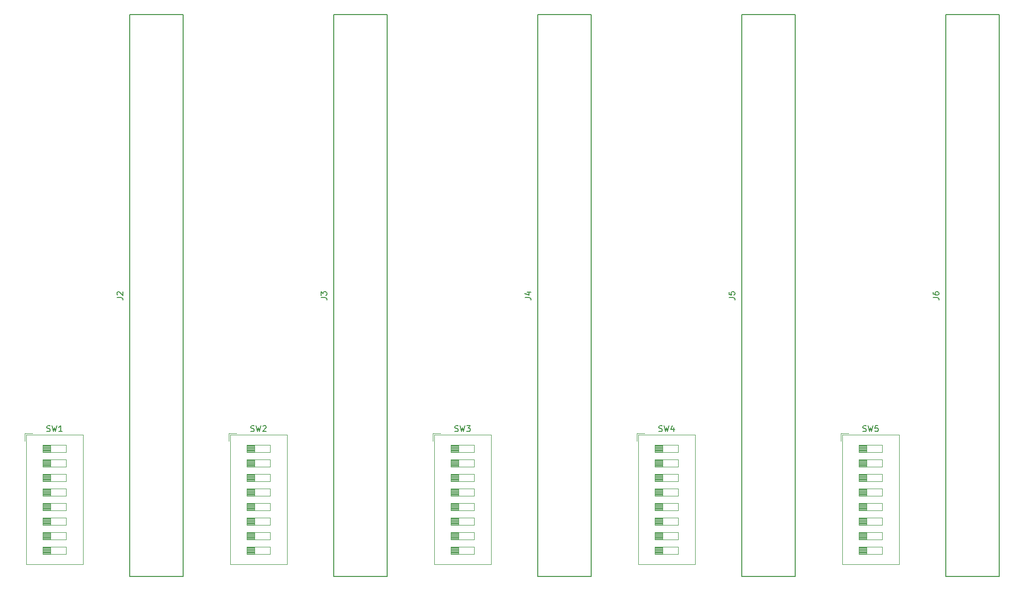
<source format=gto>
G04 #@! TF.GenerationSoftware,KiCad,Pcbnew,(5.0.1)-3*
G04 #@! TF.CreationDate,2018-12-09T17:04:29+00:00*
G04 #@! TF.ProjectId,8 Bit Computer,382042697420436F6D70757465722E6B,rev?*
G04 #@! TF.SameCoordinates,Original*
G04 #@! TF.FileFunction,Legend,Top*
G04 #@! TF.FilePolarity,Positive*
%FSLAX46Y46*%
G04 Gerber Fmt 4.6, Leading zero omitted, Abs format (unit mm)*
G04 Created by KiCad (PCBNEW (5.0.1)-3) date 09/12/2018 17:04:29*
%MOMM*%
%LPD*%
G01*
G04 APERTURE LIST*
%ADD10C,0.120000*%
%ADD11C,0.150000*%
G04 APERTURE END LIST*
D10*
G04 #@! TO.C,SW5*
X190630000Y-106800000D02*
X200530000Y-106800000D01*
X190630000Y-129421000D02*
X200530000Y-129421000D01*
X190630000Y-106800000D02*
X190630000Y-129421000D01*
X200530000Y-106800000D02*
X200530000Y-129421000D01*
X190390000Y-106560000D02*
X191774000Y-106560000D01*
X190390000Y-106560000D02*
X190390000Y-107943000D01*
X193550000Y-108585000D02*
X193550000Y-109855000D01*
X193550000Y-109855000D02*
X197610000Y-109855000D01*
X197610000Y-109855000D02*
X197610000Y-108585000D01*
X197610000Y-108585000D02*
X193550000Y-108585000D01*
X193550000Y-108705000D02*
X194903333Y-108705000D01*
X193550000Y-108825000D02*
X194903333Y-108825000D01*
X193550000Y-108945000D02*
X194903333Y-108945000D01*
X193550000Y-109065000D02*
X194903333Y-109065000D01*
X193550000Y-109185000D02*
X194903333Y-109185000D01*
X193550000Y-109305000D02*
X194903333Y-109305000D01*
X193550000Y-109425000D02*
X194903333Y-109425000D01*
X193550000Y-109545000D02*
X194903333Y-109545000D01*
X193550000Y-109665000D02*
X194903333Y-109665000D01*
X193550000Y-109785000D02*
X194903333Y-109785000D01*
X194903333Y-108585000D02*
X194903333Y-109855000D01*
X193550000Y-111125000D02*
X193550000Y-112395000D01*
X193550000Y-112395000D02*
X197610000Y-112395000D01*
X197610000Y-112395000D02*
X197610000Y-111125000D01*
X197610000Y-111125000D02*
X193550000Y-111125000D01*
X193550000Y-111245000D02*
X194903333Y-111245000D01*
X193550000Y-111365000D02*
X194903333Y-111365000D01*
X193550000Y-111485000D02*
X194903333Y-111485000D01*
X193550000Y-111605000D02*
X194903333Y-111605000D01*
X193550000Y-111725000D02*
X194903333Y-111725000D01*
X193550000Y-111845000D02*
X194903333Y-111845000D01*
X193550000Y-111965000D02*
X194903333Y-111965000D01*
X193550000Y-112085000D02*
X194903333Y-112085000D01*
X193550000Y-112205000D02*
X194903333Y-112205000D01*
X193550000Y-112325000D02*
X194903333Y-112325000D01*
X194903333Y-111125000D02*
X194903333Y-112395000D01*
X193550000Y-113665000D02*
X193550000Y-114935000D01*
X193550000Y-114935000D02*
X197610000Y-114935000D01*
X197610000Y-114935000D02*
X197610000Y-113665000D01*
X197610000Y-113665000D02*
X193550000Y-113665000D01*
X193550000Y-113785000D02*
X194903333Y-113785000D01*
X193550000Y-113905000D02*
X194903333Y-113905000D01*
X193550000Y-114025000D02*
X194903333Y-114025000D01*
X193550000Y-114145000D02*
X194903333Y-114145000D01*
X193550000Y-114265000D02*
X194903333Y-114265000D01*
X193550000Y-114385000D02*
X194903333Y-114385000D01*
X193550000Y-114505000D02*
X194903333Y-114505000D01*
X193550000Y-114625000D02*
X194903333Y-114625000D01*
X193550000Y-114745000D02*
X194903333Y-114745000D01*
X193550000Y-114865000D02*
X194903333Y-114865000D01*
X194903333Y-113665000D02*
X194903333Y-114935000D01*
X193550000Y-116205000D02*
X193550000Y-117475000D01*
X193550000Y-117475000D02*
X197610000Y-117475000D01*
X197610000Y-117475000D02*
X197610000Y-116205000D01*
X197610000Y-116205000D02*
X193550000Y-116205000D01*
X193550000Y-116325000D02*
X194903333Y-116325000D01*
X193550000Y-116445000D02*
X194903333Y-116445000D01*
X193550000Y-116565000D02*
X194903333Y-116565000D01*
X193550000Y-116685000D02*
X194903333Y-116685000D01*
X193550000Y-116805000D02*
X194903333Y-116805000D01*
X193550000Y-116925000D02*
X194903333Y-116925000D01*
X193550000Y-117045000D02*
X194903333Y-117045000D01*
X193550000Y-117165000D02*
X194903333Y-117165000D01*
X193550000Y-117285000D02*
X194903333Y-117285000D01*
X193550000Y-117405000D02*
X194903333Y-117405000D01*
X194903333Y-116205000D02*
X194903333Y-117475000D01*
X193550000Y-118745000D02*
X193550000Y-120015000D01*
X193550000Y-120015000D02*
X197610000Y-120015000D01*
X197610000Y-120015000D02*
X197610000Y-118745000D01*
X197610000Y-118745000D02*
X193550000Y-118745000D01*
X193550000Y-118865000D02*
X194903333Y-118865000D01*
X193550000Y-118985000D02*
X194903333Y-118985000D01*
X193550000Y-119105000D02*
X194903333Y-119105000D01*
X193550000Y-119225000D02*
X194903333Y-119225000D01*
X193550000Y-119345000D02*
X194903333Y-119345000D01*
X193550000Y-119465000D02*
X194903333Y-119465000D01*
X193550000Y-119585000D02*
X194903333Y-119585000D01*
X193550000Y-119705000D02*
X194903333Y-119705000D01*
X193550000Y-119825000D02*
X194903333Y-119825000D01*
X193550000Y-119945000D02*
X194903333Y-119945000D01*
X194903333Y-118745000D02*
X194903333Y-120015000D01*
X193550000Y-121285000D02*
X193550000Y-122555000D01*
X193550000Y-122555000D02*
X197610000Y-122555000D01*
X197610000Y-122555000D02*
X197610000Y-121285000D01*
X197610000Y-121285000D02*
X193550000Y-121285000D01*
X193550000Y-121405000D02*
X194903333Y-121405000D01*
X193550000Y-121525000D02*
X194903333Y-121525000D01*
X193550000Y-121645000D02*
X194903333Y-121645000D01*
X193550000Y-121765000D02*
X194903333Y-121765000D01*
X193550000Y-121885000D02*
X194903333Y-121885000D01*
X193550000Y-122005000D02*
X194903333Y-122005000D01*
X193550000Y-122125000D02*
X194903333Y-122125000D01*
X193550000Y-122245000D02*
X194903333Y-122245000D01*
X193550000Y-122365000D02*
X194903333Y-122365000D01*
X193550000Y-122485000D02*
X194903333Y-122485000D01*
X194903333Y-121285000D02*
X194903333Y-122555000D01*
X193550000Y-123825000D02*
X193550000Y-125095000D01*
X193550000Y-125095000D02*
X197610000Y-125095000D01*
X197610000Y-125095000D02*
X197610000Y-123825000D01*
X197610000Y-123825000D02*
X193550000Y-123825000D01*
X193550000Y-123945000D02*
X194903333Y-123945000D01*
X193550000Y-124065000D02*
X194903333Y-124065000D01*
X193550000Y-124185000D02*
X194903333Y-124185000D01*
X193550000Y-124305000D02*
X194903333Y-124305000D01*
X193550000Y-124425000D02*
X194903333Y-124425000D01*
X193550000Y-124545000D02*
X194903333Y-124545000D01*
X193550000Y-124665000D02*
X194903333Y-124665000D01*
X193550000Y-124785000D02*
X194903333Y-124785000D01*
X193550000Y-124905000D02*
X194903333Y-124905000D01*
X193550000Y-125025000D02*
X194903333Y-125025000D01*
X194903333Y-123825000D02*
X194903333Y-125095000D01*
X193550000Y-126365000D02*
X193550000Y-127635000D01*
X193550000Y-127635000D02*
X197610000Y-127635000D01*
X197610000Y-127635000D02*
X197610000Y-126365000D01*
X197610000Y-126365000D02*
X193550000Y-126365000D01*
X193550000Y-126485000D02*
X194903333Y-126485000D01*
X193550000Y-126605000D02*
X194903333Y-126605000D01*
X193550000Y-126725000D02*
X194903333Y-126725000D01*
X193550000Y-126845000D02*
X194903333Y-126845000D01*
X193550000Y-126965000D02*
X194903333Y-126965000D01*
X193550000Y-127085000D02*
X194903333Y-127085000D01*
X193550000Y-127205000D02*
X194903333Y-127205000D01*
X193550000Y-127325000D02*
X194903333Y-127325000D01*
X193550000Y-127445000D02*
X194903333Y-127445000D01*
X193550000Y-127565000D02*
X194903333Y-127565000D01*
X194903333Y-126365000D02*
X194903333Y-127635000D01*
G04 #@! TO.C,SW4*
X159343333Y-126365000D02*
X159343333Y-127635000D01*
X157990000Y-127565000D02*
X159343333Y-127565000D01*
X157990000Y-127445000D02*
X159343333Y-127445000D01*
X157990000Y-127325000D02*
X159343333Y-127325000D01*
X157990000Y-127205000D02*
X159343333Y-127205000D01*
X157990000Y-127085000D02*
X159343333Y-127085000D01*
X157990000Y-126965000D02*
X159343333Y-126965000D01*
X157990000Y-126845000D02*
X159343333Y-126845000D01*
X157990000Y-126725000D02*
X159343333Y-126725000D01*
X157990000Y-126605000D02*
X159343333Y-126605000D01*
X157990000Y-126485000D02*
X159343333Y-126485000D01*
X162050000Y-126365000D02*
X157990000Y-126365000D01*
X162050000Y-127635000D02*
X162050000Y-126365000D01*
X157990000Y-127635000D02*
X162050000Y-127635000D01*
X157990000Y-126365000D02*
X157990000Y-127635000D01*
X159343333Y-123825000D02*
X159343333Y-125095000D01*
X157990000Y-125025000D02*
X159343333Y-125025000D01*
X157990000Y-124905000D02*
X159343333Y-124905000D01*
X157990000Y-124785000D02*
X159343333Y-124785000D01*
X157990000Y-124665000D02*
X159343333Y-124665000D01*
X157990000Y-124545000D02*
X159343333Y-124545000D01*
X157990000Y-124425000D02*
X159343333Y-124425000D01*
X157990000Y-124305000D02*
X159343333Y-124305000D01*
X157990000Y-124185000D02*
X159343333Y-124185000D01*
X157990000Y-124065000D02*
X159343333Y-124065000D01*
X157990000Y-123945000D02*
X159343333Y-123945000D01*
X162050000Y-123825000D02*
X157990000Y-123825000D01*
X162050000Y-125095000D02*
X162050000Y-123825000D01*
X157990000Y-125095000D02*
X162050000Y-125095000D01*
X157990000Y-123825000D02*
X157990000Y-125095000D01*
X159343333Y-121285000D02*
X159343333Y-122555000D01*
X157990000Y-122485000D02*
X159343333Y-122485000D01*
X157990000Y-122365000D02*
X159343333Y-122365000D01*
X157990000Y-122245000D02*
X159343333Y-122245000D01*
X157990000Y-122125000D02*
X159343333Y-122125000D01*
X157990000Y-122005000D02*
X159343333Y-122005000D01*
X157990000Y-121885000D02*
X159343333Y-121885000D01*
X157990000Y-121765000D02*
X159343333Y-121765000D01*
X157990000Y-121645000D02*
X159343333Y-121645000D01*
X157990000Y-121525000D02*
X159343333Y-121525000D01*
X157990000Y-121405000D02*
X159343333Y-121405000D01*
X162050000Y-121285000D02*
X157990000Y-121285000D01*
X162050000Y-122555000D02*
X162050000Y-121285000D01*
X157990000Y-122555000D02*
X162050000Y-122555000D01*
X157990000Y-121285000D02*
X157990000Y-122555000D01*
X159343333Y-118745000D02*
X159343333Y-120015000D01*
X157990000Y-119945000D02*
X159343333Y-119945000D01*
X157990000Y-119825000D02*
X159343333Y-119825000D01*
X157990000Y-119705000D02*
X159343333Y-119705000D01*
X157990000Y-119585000D02*
X159343333Y-119585000D01*
X157990000Y-119465000D02*
X159343333Y-119465000D01*
X157990000Y-119345000D02*
X159343333Y-119345000D01*
X157990000Y-119225000D02*
X159343333Y-119225000D01*
X157990000Y-119105000D02*
X159343333Y-119105000D01*
X157990000Y-118985000D02*
X159343333Y-118985000D01*
X157990000Y-118865000D02*
X159343333Y-118865000D01*
X162050000Y-118745000D02*
X157990000Y-118745000D01*
X162050000Y-120015000D02*
X162050000Y-118745000D01*
X157990000Y-120015000D02*
X162050000Y-120015000D01*
X157990000Y-118745000D02*
X157990000Y-120015000D01*
X159343333Y-116205000D02*
X159343333Y-117475000D01*
X157990000Y-117405000D02*
X159343333Y-117405000D01*
X157990000Y-117285000D02*
X159343333Y-117285000D01*
X157990000Y-117165000D02*
X159343333Y-117165000D01*
X157990000Y-117045000D02*
X159343333Y-117045000D01*
X157990000Y-116925000D02*
X159343333Y-116925000D01*
X157990000Y-116805000D02*
X159343333Y-116805000D01*
X157990000Y-116685000D02*
X159343333Y-116685000D01*
X157990000Y-116565000D02*
X159343333Y-116565000D01*
X157990000Y-116445000D02*
X159343333Y-116445000D01*
X157990000Y-116325000D02*
X159343333Y-116325000D01*
X162050000Y-116205000D02*
X157990000Y-116205000D01*
X162050000Y-117475000D02*
X162050000Y-116205000D01*
X157990000Y-117475000D02*
X162050000Y-117475000D01*
X157990000Y-116205000D02*
X157990000Y-117475000D01*
X159343333Y-113665000D02*
X159343333Y-114935000D01*
X157990000Y-114865000D02*
X159343333Y-114865000D01*
X157990000Y-114745000D02*
X159343333Y-114745000D01*
X157990000Y-114625000D02*
X159343333Y-114625000D01*
X157990000Y-114505000D02*
X159343333Y-114505000D01*
X157990000Y-114385000D02*
X159343333Y-114385000D01*
X157990000Y-114265000D02*
X159343333Y-114265000D01*
X157990000Y-114145000D02*
X159343333Y-114145000D01*
X157990000Y-114025000D02*
X159343333Y-114025000D01*
X157990000Y-113905000D02*
X159343333Y-113905000D01*
X157990000Y-113785000D02*
X159343333Y-113785000D01*
X162050000Y-113665000D02*
X157990000Y-113665000D01*
X162050000Y-114935000D02*
X162050000Y-113665000D01*
X157990000Y-114935000D02*
X162050000Y-114935000D01*
X157990000Y-113665000D02*
X157990000Y-114935000D01*
X159343333Y-111125000D02*
X159343333Y-112395000D01*
X157990000Y-112325000D02*
X159343333Y-112325000D01*
X157990000Y-112205000D02*
X159343333Y-112205000D01*
X157990000Y-112085000D02*
X159343333Y-112085000D01*
X157990000Y-111965000D02*
X159343333Y-111965000D01*
X157990000Y-111845000D02*
X159343333Y-111845000D01*
X157990000Y-111725000D02*
X159343333Y-111725000D01*
X157990000Y-111605000D02*
X159343333Y-111605000D01*
X157990000Y-111485000D02*
X159343333Y-111485000D01*
X157990000Y-111365000D02*
X159343333Y-111365000D01*
X157990000Y-111245000D02*
X159343333Y-111245000D01*
X162050000Y-111125000D02*
X157990000Y-111125000D01*
X162050000Y-112395000D02*
X162050000Y-111125000D01*
X157990000Y-112395000D02*
X162050000Y-112395000D01*
X157990000Y-111125000D02*
X157990000Y-112395000D01*
X159343333Y-108585000D02*
X159343333Y-109855000D01*
X157990000Y-109785000D02*
X159343333Y-109785000D01*
X157990000Y-109665000D02*
X159343333Y-109665000D01*
X157990000Y-109545000D02*
X159343333Y-109545000D01*
X157990000Y-109425000D02*
X159343333Y-109425000D01*
X157990000Y-109305000D02*
X159343333Y-109305000D01*
X157990000Y-109185000D02*
X159343333Y-109185000D01*
X157990000Y-109065000D02*
X159343333Y-109065000D01*
X157990000Y-108945000D02*
X159343333Y-108945000D01*
X157990000Y-108825000D02*
X159343333Y-108825000D01*
X157990000Y-108705000D02*
X159343333Y-108705000D01*
X162050000Y-108585000D02*
X157990000Y-108585000D01*
X162050000Y-109855000D02*
X162050000Y-108585000D01*
X157990000Y-109855000D02*
X162050000Y-109855000D01*
X157990000Y-108585000D02*
X157990000Y-109855000D01*
X154830000Y-106560000D02*
X154830000Y-107943000D01*
X154830000Y-106560000D02*
X156214000Y-106560000D01*
X164970000Y-106800000D02*
X164970000Y-129421000D01*
X155070000Y-106800000D02*
X155070000Y-129421000D01*
X155070000Y-129421000D02*
X164970000Y-129421000D01*
X155070000Y-106800000D02*
X164970000Y-106800000D01*
D11*
G04 #@! TO.C,J5*
X182475000Y-33530000D02*
X182475000Y-131570000D01*
X182475000Y-131570000D02*
X173125000Y-131570000D01*
X173125000Y-131570000D02*
X173125000Y-33530000D01*
X173125000Y-33530000D02*
X182475000Y-33530000D01*
G04 #@! TO.C,J6*
X218035000Y-33530000D02*
X218035000Y-131570000D01*
X218035000Y-131570000D02*
X208685000Y-131570000D01*
X208685000Y-131570000D02*
X208685000Y-33530000D01*
X208685000Y-33530000D02*
X218035000Y-33530000D01*
G04 #@! TO.C,J4*
X137565000Y-33530000D02*
X146915000Y-33530000D01*
X137565000Y-131570000D02*
X137565000Y-33530000D01*
X146915000Y-131570000D02*
X137565000Y-131570000D01*
X146915000Y-33530000D02*
X146915000Y-131570000D01*
G04 #@! TO.C,J3*
X102005000Y-33530000D02*
X111355000Y-33530000D01*
X102005000Y-131570000D02*
X102005000Y-33530000D01*
X111355000Y-131570000D02*
X102005000Y-131570000D01*
X111355000Y-33530000D02*
X111355000Y-131570000D01*
G04 #@! TO.C,J2*
X66445000Y-33530000D02*
X75795000Y-33530000D01*
X66445000Y-131570000D02*
X66445000Y-33530000D01*
X75795000Y-131570000D02*
X66445000Y-131570000D01*
X75795000Y-33530000D02*
X75795000Y-131570000D01*
D10*
G04 #@! TO.C,SW1*
X48390000Y-106800000D02*
X58290000Y-106800000D01*
X48390000Y-129421000D02*
X58290000Y-129421000D01*
X48390000Y-106800000D02*
X48390000Y-129421000D01*
X58290000Y-106800000D02*
X58290000Y-129421000D01*
X48150000Y-106560000D02*
X49534000Y-106560000D01*
X48150000Y-106560000D02*
X48150000Y-107943000D01*
X51310000Y-108585000D02*
X51310000Y-109855000D01*
X51310000Y-109855000D02*
X55370000Y-109855000D01*
X55370000Y-109855000D02*
X55370000Y-108585000D01*
X55370000Y-108585000D02*
X51310000Y-108585000D01*
X51310000Y-108705000D02*
X52663333Y-108705000D01*
X51310000Y-108825000D02*
X52663333Y-108825000D01*
X51310000Y-108945000D02*
X52663333Y-108945000D01*
X51310000Y-109065000D02*
X52663333Y-109065000D01*
X51310000Y-109185000D02*
X52663333Y-109185000D01*
X51310000Y-109305000D02*
X52663333Y-109305000D01*
X51310000Y-109425000D02*
X52663333Y-109425000D01*
X51310000Y-109545000D02*
X52663333Y-109545000D01*
X51310000Y-109665000D02*
X52663333Y-109665000D01*
X51310000Y-109785000D02*
X52663333Y-109785000D01*
X52663333Y-108585000D02*
X52663333Y-109855000D01*
X51310000Y-111125000D02*
X51310000Y-112395000D01*
X51310000Y-112395000D02*
X55370000Y-112395000D01*
X55370000Y-112395000D02*
X55370000Y-111125000D01*
X55370000Y-111125000D02*
X51310000Y-111125000D01*
X51310000Y-111245000D02*
X52663333Y-111245000D01*
X51310000Y-111365000D02*
X52663333Y-111365000D01*
X51310000Y-111485000D02*
X52663333Y-111485000D01*
X51310000Y-111605000D02*
X52663333Y-111605000D01*
X51310000Y-111725000D02*
X52663333Y-111725000D01*
X51310000Y-111845000D02*
X52663333Y-111845000D01*
X51310000Y-111965000D02*
X52663333Y-111965000D01*
X51310000Y-112085000D02*
X52663333Y-112085000D01*
X51310000Y-112205000D02*
X52663333Y-112205000D01*
X51310000Y-112325000D02*
X52663333Y-112325000D01*
X52663333Y-111125000D02*
X52663333Y-112395000D01*
X51310000Y-113665000D02*
X51310000Y-114935000D01*
X51310000Y-114935000D02*
X55370000Y-114935000D01*
X55370000Y-114935000D02*
X55370000Y-113665000D01*
X55370000Y-113665000D02*
X51310000Y-113665000D01*
X51310000Y-113785000D02*
X52663333Y-113785000D01*
X51310000Y-113905000D02*
X52663333Y-113905000D01*
X51310000Y-114025000D02*
X52663333Y-114025000D01*
X51310000Y-114145000D02*
X52663333Y-114145000D01*
X51310000Y-114265000D02*
X52663333Y-114265000D01*
X51310000Y-114385000D02*
X52663333Y-114385000D01*
X51310000Y-114505000D02*
X52663333Y-114505000D01*
X51310000Y-114625000D02*
X52663333Y-114625000D01*
X51310000Y-114745000D02*
X52663333Y-114745000D01*
X51310000Y-114865000D02*
X52663333Y-114865000D01*
X52663333Y-113665000D02*
X52663333Y-114935000D01*
X51310000Y-116205000D02*
X51310000Y-117475000D01*
X51310000Y-117475000D02*
X55370000Y-117475000D01*
X55370000Y-117475000D02*
X55370000Y-116205000D01*
X55370000Y-116205000D02*
X51310000Y-116205000D01*
X51310000Y-116325000D02*
X52663333Y-116325000D01*
X51310000Y-116445000D02*
X52663333Y-116445000D01*
X51310000Y-116565000D02*
X52663333Y-116565000D01*
X51310000Y-116685000D02*
X52663333Y-116685000D01*
X51310000Y-116805000D02*
X52663333Y-116805000D01*
X51310000Y-116925000D02*
X52663333Y-116925000D01*
X51310000Y-117045000D02*
X52663333Y-117045000D01*
X51310000Y-117165000D02*
X52663333Y-117165000D01*
X51310000Y-117285000D02*
X52663333Y-117285000D01*
X51310000Y-117405000D02*
X52663333Y-117405000D01*
X52663333Y-116205000D02*
X52663333Y-117475000D01*
X51310000Y-118745000D02*
X51310000Y-120015000D01*
X51310000Y-120015000D02*
X55370000Y-120015000D01*
X55370000Y-120015000D02*
X55370000Y-118745000D01*
X55370000Y-118745000D02*
X51310000Y-118745000D01*
X51310000Y-118865000D02*
X52663333Y-118865000D01*
X51310000Y-118985000D02*
X52663333Y-118985000D01*
X51310000Y-119105000D02*
X52663333Y-119105000D01*
X51310000Y-119225000D02*
X52663333Y-119225000D01*
X51310000Y-119345000D02*
X52663333Y-119345000D01*
X51310000Y-119465000D02*
X52663333Y-119465000D01*
X51310000Y-119585000D02*
X52663333Y-119585000D01*
X51310000Y-119705000D02*
X52663333Y-119705000D01*
X51310000Y-119825000D02*
X52663333Y-119825000D01*
X51310000Y-119945000D02*
X52663333Y-119945000D01*
X52663333Y-118745000D02*
X52663333Y-120015000D01*
X51310000Y-121285000D02*
X51310000Y-122555000D01*
X51310000Y-122555000D02*
X55370000Y-122555000D01*
X55370000Y-122555000D02*
X55370000Y-121285000D01*
X55370000Y-121285000D02*
X51310000Y-121285000D01*
X51310000Y-121405000D02*
X52663333Y-121405000D01*
X51310000Y-121525000D02*
X52663333Y-121525000D01*
X51310000Y-121645000D02*
X52663333Y-121645000D01*
X51310000Y-121765000D02*
X52663333Y-121765000D01*
X51310000Y-121885000D02*
X52663333Y-121885000D01*
X51310000Y-122005000D02*
X52663333Y-122005000D01*
X51310000Y-122125000D02*
X52663333Y-122125000D01*
X51310000Y-122245000D02*
X52663333Y-122245000D01*
X51310000Y-122365000D02*
X52663333Y-122365000D01*
X51310000Y-122485000D02*
X52663333Y-122485000D01*
X52663333Y-121285000D02*
X52663333Y-122555000D01*
X51310000Y-123825000D02*
X51310000Y-125095000D01*
X51310000Y-125095000D02*
X55370000Y-125095000D01*
X55370000Y-125095000D02*
X55370000Y-123825000D01*
X55370000Y-123825000D02*
X51310000Y-123825000D01*
X51310000Y-123945000D02*
X52663333Y-123945000D01*
X51310000Y-124065000D02*
X52663333Y-124065000D01*
X51310000Y-124185000D02*
X52663333Y-124185000D01*
X51310000Y-124305000D02*
X52663333Y-124305000D01*
X51310000Y-124425000D02*
X52663333Y-124425000D01*
X51310000Y-124545000D02*
X52663333Y-124545000D01*
X51310000Y-124665000D02*
X52663333Y-124665000D01*
X51310000Y-124785000D02*
X52663333Y-124785000D01*
X51310000Y-124905000D02*
X52663333Y-124905000D01*
X51310000Y-125025000D02*
X52663333Y-125025000D01*
X52663333Y-123825000D02*
X52663333Y-125095000D01*
X51310000Y-126365000D02*
X51310000Y-127635000D01*
X51310000Y-127635000D02*
X55370000Y-127635000D01*
X55370000Y-127635000D02*
X55370000Y-126365000D01*
X55370000Y-126365000D02*
X51310000Y-126365000D01*
X51310000Y-126485000D02*
X52663333Y-126485000D01*
X51310000Y-126605000D02*
X52663333Y-126605000D01*
X51310000Y-126725000D02*
X52663333Y-126725000D01*
X51310000Y-126845000D02*
X52663333Y-126845000D01*
X51310000Y-126965000D02*
X52663333Y-126965000D01*
X51310000Y-127085000D02*
X52663333Y-127085000D01*
X51310000Y-127205000D02*
X52663333Y-127205000D01*
X51310000Y-127325000D02*
X52663333Y-127325000D01*
X51310000Y-127445000D02*
X52663333Y-127445000D01*
X51310000Y-127565000D02*
X52663333Y-127565000D01*
X52663333Y-126365000D02*
X52663333Y-127635000D01*
G04 #@! TO.C,SW2*
X83950000Y-106800000D02*
X93850000Y-106800000D01*
X83950000Y-129421000D02*
X93850000Y-129421000D01*
X83950000Y-106800000D02*
X83950000Y-129421000D01*
X93850000Y-106800000D02*
X93850000Y-129421000D01*
X83710000Y-106560000D02*
X85094000Y-106560000D01*
X83710000Y-106560000D02*
X83710000Y-107943000D01*
X86870000Y-108585000D02*
X86870000Y-109855000D01*
X86870000Y-109855000D02*
X90930000Y-109855000D01*
X90930000Y-109855000D02*
X90930000Y-108585000D01*
X90930000Y-108585000D02*
X86870000Y-108585000D01*
X86870000Y-108705000D02*
X88223333Y-108705000D01*
X86870000Y-108825000D02*
X88223333Y-108825000D01*
X86870000Y-108945000D02*
X88223333Y-108945000D01*
X86870000Y-109065000D02*
X88223333Y-109065000D01*
X86870000Y-109185000D02*
X88223333Y-109185000D01*
X86870000Y-109305000D02*
X88223333Y-109305000D01*
X86870000Y-109425000D02*
X88223333Y-109425000D01*
X86870000Y-109545000D02*
X88223333Y-109545000D01*
X86870000Y-109665000D02*
X88223333Y-109665000D01*
X86870000Y-109785000D02*
X88223333Y-109785000D01*
X88223333Y-108585000D02*
X88223333Y-109855000D01*
X86870000Y-111125000D02*
X86870000Y-112395000D01*
X86870000Y-112395000D02*
X90930000Y-112395000D01*
X90930000Y-112395000D02*
X90930000Y-111125000D01*
X90930000Y-111125000D02*
X86870000Y-111125000D01*
X86870000Y-111245000D02*
X88223333Y-111245000D01*
X86870000Y-111365000D02*
X88223333Y-111365000D01*
X86870000Y-111485000D02*
X88223333Y-111485000D01*
X86870000Y-111605000D02*
X88223333Y-111605000D01*
X86870000Y-111725000D02*
X88223333Y-111725000D01*
X86870000Y-111845000D02*
X88223333Y-111845000D01*
X86870000Y-111965000D02*
X88223333Y-111965000D01*
X86870000Y-112085000D02*
X88223333Y-112085000D01*
X86870000Y-112205000D02*
X88223333Y-112205000D01*
X86870000Y-112325000D02*
X88223333Y-112325000D01*
X88223333Y-111125000D02*
X88223333Y-112395000D01*
X86870000Y-113665000D02*
X86870000Y-114935000D01*
X86870000Y-114935000D02*
X90930000Y-114935000D01*
X90930000Y-114935000D02*
X90930000Y-113665000D01*
X90930000Y-113665000D02*
X86870000Y-113665000D01*
X86870000Y-113785000D02*
X88223333Y-113785000D01*
X86870000Y-113905000D02*
X88223333Y-113905000D01*
X86870000Y-114025000D02*
X88223333Y-114025000D01*
X86870000Y-114145000D02*
X88223333Y-114145000D01*
X86870000Y-114265000D02*
X88223333Y-114265000D01*
X86870000Y-114385000D02*
X88223333Y-114385000D01*
X86870000Y-114505000D02*
X88223333Y-114505000D01*
X86870000Y-114625000D02*
X88223333Y-114625000D01*
X86870000Y-114745000D02*
X88223333Y-114745000D01*
X86870000Y-114865000D02*
X88223333Y-114865000D01*
X88223333Y-113665000D02*
X88223333Y-114935000D01*
X86870000Y-116205000D02*
X86870000Y-117475000D01*
X86870000Y-117475000D02*
X90930000Y-117475000D01*
X90930000Y-117475000D02*
X90930000Y-116205000D01*
X90930000Y-116205000D02*
X86870000Y-116205000D01*
X86870000Y-116325000D02*
X88223333Y-116325000D01*
X86870000Y-116445000D02*
X88223333Y-116445000D01*
X86870000Y-116565000D02*
X88223333Y-116565000D01*
X86870000Y-116685000D02*
X88223333Y-116685000D01*
X86870000Y-116805000D02*
X88223333Y-116805000D01*
X86870000Y-116925000D02*
X88223333Y-116925000D01*
X86870000Y-117045000D02*
X88223333Y-117045000D01*
X86870000Y-117165000D02*
X88223333Y-117165000D01*
X86870000Y-117285000D02*
X88223333Y-117285000D01*
X86870000Y-117405000D02*
X88223333Y-117405000D01*
X88223333Y-116205000D02*
X88223333Y-117475000D01*
X86870000Y-118745000D02*
X86870000Y-120015000D01*
X86870000Y-120015000D02*
X90930000Y-120015000D01*
X90930000Y-120015000D02*
X90930000Y-118745000D01*
X90930000Y-118745000D02*
X86870000Y-118745000D01*
X86870000Y-118865000D02*
X88223333Y-118865000D01*
X86870000Y-118985000D02*
X88223333Y-118985000D01*
X86870000Y-119105000D02*
X88223333Y-119105000D01*
X86870000Y-119225000D02*
X88223333Y-119225000D01*
X86870000Y-119345000D02*
X88223333Y-119345000D01*
X86870000Y-119465000D02*
X88223333Y-119465000D01*
X86870000Y-119585000D02*
X88223333Y-119585000D01*
X86870000Y-119705000D02*
X88223333Y-119705000D01*
X86870000Y-119825000D02*
X88223333Y-119825000D01*
X86870000Y-119945000D02*
X88223333Y-119945000D01*
X88223333Y-118745000D02*
X88223333Y-120015000D01*
X86870000Y-121285000D02*
X86870000Y-122555000D01*
X86870000Y-122555000D02*
X90930000Y-122555000D01*
X90930000Y-122555000D02*
X90930000Y-121285000D01*
X90930000Y-121285000D02*
X86870000Y-121285000D01*
X86870000Y-121405000D02*
X88223333Y-121405000D01*
X86870000Y-121525000D02*
X88223333Y-121525000D01*
X86870000Y-121645000D02*
X88223333Y-121645000D01*
X86870000Y-121765000D02*
X88223333Y-121765000D01*
X86870000Y-121885000D02*
X88223333Y-121885000D01*
X86870000Y-122005000D02*
X88223333Y-122005000D01*
X86870000Y-122125000D02*
X88223333Y-122125000D01*
X86870000Y-122245000D02*
X88223333Y-122245000D01*
X86870000Y-122365000D02*
X88223333Y-122365000D01*
X86870000Y-122485000D02*
X88223333Y-122485000D01*
X88223333Y-121285000D02*
X88223333Y-122555000D01*
X86870000Y-123825000D02*
X86870000Y-125095000D01*
X86870000Y-125095000D02*
X90930000Y-125095000D01*
X90930000Y-125095000D02*
X90930000Y-123825000D01*
X90930000Y-123825000D02*
X86870000Y-123825000D01*
X86870000Y-123945000D02*
X88223333Y-123945000D01*
X86870000Y-124065000D02*
X88223333Y-124065000D01*
X86870000Y-124185000D02*
X88223333Y-124185000D01*
X86870000Y-124305000D02*
X88223333Y-124305000D01*
X86870000Y-124425000D02*
X88223333Y-124425000D01*
X86870000Y-124545000D02*
X88223333Y-124545000D01*
X86870000Y-124665000D02*
X88223333Y-124665000D01*
X86870000Y-124785000D02*
X88223333Y-124785000D01*
X86870000Y-124905000D02*
X88223333Y-124905000D01*
X86870000Y-125025000D02*
X88223333Y-125025000D01*
X88223333Y-123825000D02*
X88223333Y-125095000D01*
X86870000Y-126365000D02*
X86870000Y-127635000D01*
X86870000Y-127635000D02*
X90930000Y-127635000D01*
X90930000Y-127635000D02*
X90930000Y-126365000D01*
X90930000Y-126365000D02*
X86870000Y-126365000D01*
X86870000Y-126485000D02*
X88223333Y-126485000D01*
X86870000Y-126605000D02*
X88223333Y-126605000D01*
X86870000Y-126725000D02*
X88223333Y-126725000D01*
X86870000Y-126845000D02*
X88223333Y-126845000D01*
X86870000Y-126965000D02*
X88223333Y-126965000D01*
X86870000Y-127085000D02*
X88223333Y-127085000D01*
X86870000Y-127205000D02*
X88223333Y-127205000D01*
X86870000Y-127325000D02*
X88223333Y-127325000D01*
X86870000Y-127445000D02*
X88223333Y-127445000D01*
X86870000Y-127565000D02*
X88223333Y-127565000D01*
X88223333Y-126365000D02*
X88223333Y-127635000D01*
G04 #@! TO.C,SW3*
X123783333Y-126365000D02*
X123783333Y-127635000D01*
X122430000Y-127565000D02*
X123783333Y-127565000D01*
X122430000Y-127445000D02*
X123783333Y-127445000D01*
X122430000Y-127325000D02*
X123783333Y-127325000D01*
X122430000Y-127205000D02*
X123783333Y-127205000D01*
X122430000Y-127085000D02*
X123783333Y-127085000D01*
X122430000Y-126965000D02*
X123783333Y-126965000D01*
X122430000Y-126845000D02*
X123783333Y-126845000D01*
X122430000Y-126725000D02*
X123783333Y-126725000D01*
X122430000Y-126605000D02*
X123783333Y-126605000D01*
X122430000Y-126485000D02*
X123783333Y-126485000D01*
X126490000Y-126365000D02*
X122430000Y-126365000D01*
X126490000Y-127635000D02*
X126490000Y-126365000D01*
X122430000Y-127635000D02*
X126490000Y-127635000D01*
X122430000Y-126365000D02*
X122430000Y-127635000D01*
X123783333Y-123825000D02*
X123783333Y-125095000D01*
X122430000Y-125025000D02*
X123783333Y-125025000D01*
X122430000Y-124905000D02*
X123783333Y-124905000D01*
X122430000Y-124785000D02*
X123783333Y-124785000D01*
X122430000Y-124665000D02*
X123783333Y-124665000D01*
X122430000Y-124545000D02*
X123783333Y-124545000D01*
X122430000Y-124425000D02*
X123783333Y-124425000D01*
X122430000Y-124305000D02*
X123783333Y-124305000D01*
X122430000Y-124185000D02*
X123783333Y-124185000D01*
X122430000Y-124065000D02*
X123783333Y-124065000D01*
X122430000Y-123945000D02*
X123783333Y-123945000D01*
X126490000Y-123825000D02*
X122430000Y-123825000D01*
X126490000Y-125095000D02*
X126490000Y-123825000D01*
X122430000Y-125095000D02*
X126490000Y-125095000D01*
X122430000Y-123825000D02*
X122430000Y-125095000D01*
X123783333Y-121285000D02*
X123783333Y-122555000D01*
X122430000Y-122485000D02*
X123783333Y-122485000D01*
X122430000Y-122365000D02*
X123783333Y-122365000D01*
X122430000Y-122245000D02*
X123783333Y-122245000D01*
X122430000Y-122125000D02*
X123783333Y-122125000D01*
X122430000Y-122005000D02*
X123783333Y-122005000D01*
X122430000Y-121885000D02*
X123783333Y-121885000D01*
X122430000Y-121765000D02*
X123783333Y-121765000D01*
X122430000Y-121645000D02*
X123783333Y-121645000D01*
X122430000Y-121525000D02*
X123783333Y-121525000D01*
X122430000Y-121405000D02*
X123783333Y-121405000D01*
X126490000Y-121285000D02*
X122430000Y-121285000D01*
X126490000Y-122555000D02*
X126490000Y-121285000D01*
X122430000Y-122555000D02*
X126490000Y-122555000D01*
X122430000Y-121285000D02*
X122430000Y-122555000D01*
X123783333Y-118745000D02*
X123783333Y-120015000D01*
X122430000Y-119945000D02*
X123783333Y-119945000D01*
X122430000Y-119825000D02*
X123783333Y-119825000D01*
X122430000Y-119705000D02*
X123783333Y-119705000D01*
X122430000Y-119585000D02*
X123783333Y-119585000D01*
X122430000Y-119465000D02*
X123783333Y-119465000D01*
X122430000Y-119345000D02*
X123783333Y-119345000D01*
X122430000Y-119225000D02*
X123783333Y-119225000D01*
X122430000Y-119105000D02*
X123783333Y-119105000D01*
X122430000Y-118985000D02*
X123783333Y-118985000D01*
X122430000Y-118865000D02*
X123783333Y-118865000D01*
X126490000Y-118745000D02*
X122430000Y-118745000D01*
X126490000Y-120015000D02*
X126490000Y-118745000D01*
X122430000Y-120015000D02*
X126490000Y-120015000D01*
X122430000Y-118745000D02*
X122430000Y-120015000D01*
X123783333Y-116205000D02*
X123783333Y-117475000D01*
X122430000Y-117405000D02*
X123783333Y-117405000D01*
X122430000Y-117285000D02*
X123783333Y-117285000D01*
X122430000Y-117165000D02*
X123783333Y-117165000D01*
X122430000Y-117045000D02*
X123783333Y-117045000D01*
X122430000Y-116925000D02*
X123783333Y-116925000D01*
X122430000Y-116805000D02*
X123783333Y-116805000D01*
X122430000Y-116685000D02*
X123783333Y-116685000D01*
X122430000Y-116565000D02*
X123783333Y-116565000D01*
X122430000Y-116445000D02*
X123783333Y-116445000D01*
X122430000Y-116325000D02*
X123783333Y-116325000D01*
X126490000Y-116205000D02*
X122430000Y-116205000D01*
X126490000Y-117475000D02*
X126490000Y-116205000D01*
X122430000Y-117475000D02*
X126490000Y-117475000D01*
X122430000Y-116205000D02*
X122430000Y-117475000D01*
X123783333Y-113665000D02*
X123783333Y-114935000D01*
X122430000Y-114865000D02*
X123783333Y-114865000D01*
X122430000Y-114745000D02*
X123783333Y-114745000D01*
X122430000Y-114625000D02*
X123783333Y-114625000D01*
X122430000Y-114505000D02*
X123783333Y-114505000D01*
X122430000Y-114385000D02*
X123783333Y-114385000D01*
X122430000Y-114265000D02*
X123783333Y-114265000D01*
X122430000Y-114145000D02*
X123783333Y-114145000D01*
X122430000Y-114025000D02*
X123783333Y-114025000D01*
X122430000Y-113905000D02*
X123783333Y-113905000D01*
X122430000Y-113785000D02*
X123783333Y-113785000D01*
X126490000Y-113665000D02*
X122430000Y-113665000D01*
X126490000Y-114935000D02*
X126490000Y-113665000D01*
X122430000Y-114935000D02*
X126490000Y-114935000D01*
X122430000Y-113665000D02*
X122430000Y-114935000D01*
X123783333Y-111125000D02*
X123783333Y-112395000D01*
X122430000Y-112325000D02*
X123783333Y-112325000D01*
X122430000Y-112205000D02*
X123783333Y-112205000D01*
X122430000Y-112085000D02*
X123783333Y-112085000D01*
X122430000Y-111965000D02*
X123783333Y-111965000D01*
X122430000Y-111845000D02*
X123783333Y-111845000D01*
X122430000Y-111725000D02*
X123783333Y-111725000D01*
X122430000Y-111605000D02*
X123783333Y-111605000D01*
X122430000Y-111485000D02*
X123783333Y-111485000D01*
X122430000Y-111365000D02*
X123783333Y-111365000D01*
X122430000Y-111245000D02*
X123783333Y-111245000D01*
X126490000Y-111125000D02*
X122430000Y-111125000D01*
X126490000Y-112395000D02*
X126490000Y-111125000D01*
X122430000Y-112395000D02*
X126490000Y-112395000D01*
X122430000Y-111125000D02*
X122430000Y-112395000D01*
X123783333Y-108585000D02*
X123783333Y-109855000D01*
X122430000Y-109785000D02*
X123783333Y-109785000D01*
X122430000Y-109665000D02*
X123783333Y-109665000D01*
X122430000Y-109545000D02*
X123783333Y-109545000D01*
X122430000Y-109425000D02*
X123783333Y-109425000D01*
X122430000Y-109305000D02*
X123783333Y-109305000D01*
X122430000Y-109185000D02*
X123783333Y-109185000D01*
X122430000Y-109065000D02*
X123783333Y-109065000D01*
X122430000Y-108945000D02*
X123783333Y-108945000D01*
X122430000Y-108825000D02*
X123783333Y-108825000D01*
X122430000Y-108705000D02*
X123783333Y-108705000D01*
X126490000Y-108585000D02*
X122430000Y-108585000D01*
X126490000Y-109855000D02*
X126490000Y-108585000D01*
X122430000Y-109855000D02*
X126490000Y-109855000D01*
X122430000Y-108585000D02*
X122430000Y-109855000D01*
X119270000Y-106560000D02*
X119270000Y-107943000D01*
X119270000Y-106560000D02*
X120654000Y-106560000D01*
X129410000Y-106800000D02*
X129410000Y-129421000D01*
X119510000Y-106800000D02*
X119510000Y-129421000D01*
X119510000Y-129421000D02*
X129410000Y-129421000D01*
X119510000Y-106800000D02*
X129410000Y-106800000D01*
G04 #@! TO.C,*
D11*
G04 #@! TO.C,SW5*
X194246666Y-106204761D02*
X194389523Y-106252380D01*
X194627619Y-106252380D01*
X194722857Y-106204761D01*
X194770476Y-106157142D01*
X194818095Y-106061904D01*
X194818095Y-105966666D01*
X194770476Y-105871428D01*
X194722857Y-105823809D01*
X194627619Y-105776190D01*
X194437142Y-105728571D01*
X194341904Y-105680952D01*
X194294285Y-105633333D01*
X194246666Y-105538095D01*
X194246666Y-105442857D01*
X194294285Y-105347619D01*
X194341904Y-105300000D01*
X194437142Y-105252380D01*
X194675238Y-105252380D01*
X194818095Y-105300000D01*
X195151428Y-105252380D02*
X195389523Y-106252380D01*
X195580000Y-105538095D01*
X195770476Y-106252380D01*
X196008571Y-105252380D01*
X196865714Y-105252380D02*
X196389523Y-105252380D01*
X196341904Y-105728571D01*
X196389523Y-105680952D01*
X196484761Y-105633333D01*
X196722857Y-105633333D01*
X196818095Y-105680952D01*
X196865714Y-105728571D01*
X196913333Y-105823809D01*
X196913333Y-106061904D01*
X196865714Y-106157142D01*
X196818095Y-106204761D01*
X196722857Y-106252380D01*
X196484761Y-106252380D01*
X196389523Y-106204761D01*
X196341904Y-106157142D01*
G04 #@! TO.C,SW4*
X158686666Y-106204761D02*
X158829523Y-106252380D01*
X159067619Y-106252380D01*
X159162857Y-106204761D01*
X159210476Y-106157142D01*
X159258095Y-106061904D01*
X159258095Y-105966666D01*
X159210476Y-105871428D01*
X159162857Y-105823809D01*
X159067619Y-105776190D01*
X158877142Y-105728571D01*
X158781904Y-105680952D01*
X158734285Y-105633333D01*
X158686666Y-105538095D01*
X158686666Y-105442857D01*
X158734285Y-105347619D01*
X158781904Y-105300000D01*
X158877142Y-105252380D01*
X159115238Y-105252380D01*
X159258095Y-105300000D01*
X159591428Y-105252380D02*
X159829523Y-106252380D01*
X160020000Y-105538095D01*
X160210476Y-106252380D01*
X160448571Y-105252380D01*
X161258095Y-105585714D02*
X161258095Y-106252380D01*
X161020000Y-105204761D02*
X160781904Y-105919047D01*
X161400952Y-105919047D01*
G04 #@! TO.C,J5*
X170902380Y-82883333D02*
X171616666Y-82883333D01*
X171759523Y-82930952D01*
X171854761Y-83026190D01*
X171902380Y-83169047D01*
X171902380Y-83264285D01*
X170902380Y-81930952D02*
X170902380Y-82407142D01*
X171378571Y-82454761D01*
X171330952Y-82407142D01*
X171283333Y-82311904D01*
X171283333Y-82073809D01*
X171330952Y-81978571D01*
X171378571Y-81930952D01*
X171473809Y-81883333D01*
X171711904Y-81883333D01*
X171807142Y-81930952D01*
X171854761Y-81978571D01*
X171902380Y-82073809D01*
X171902380Y-82311904D01*
X171854761Y-82407142D01*
X171807142Y-82454761D01*
G04 #@! TO.C,J6*
X206462380Y-82883333D02*
X207176666Y-82883333D01*
X207319523Y-82930952D01*
X207414761Y-83026190D01*
X207462380Y-83169047D01*
X207462380Y-83264285D01*
X206462380Y-81978571D02*
X206462380Y-82169047D01*
X206510000Y-82264285D01*
X206557619Y-82311904D01*
X206700476Y-82407142D01*
X206890952Y-82454761D01*
X207271904Y-82454761D01*
X207367142Y-82407142D01*
X207414761Y-82359523D01*
X207462380Y-82264285D01*
X207462380Y-82073809D01*
X207414761Y-81978571D01*
X207367142Y-81930952D01*
X207271904Y-81883333D01*
X207033809Y-81883333D01*
X206938571Y-81930952D01*
X206890952Y-81978571D01*
X206843333Y-82073809D01*
X206843333Y-82264285D01*
X206890952Y-82359523D01*
X206938571Y-82407142D01*
X207033809Y-82454761D01*
G04 #@! TO.C,J4*
X135342380Y-82883333D02*
X136056666Y-82883333D01*
X136199523Y-82930952D01*
X136294761Y-83026190D01*
X136342380Y-83169047D01*
X136342380Y-83264285D01*
X135675714Y-81978571D02*
X136342380Y-81978571D01*
X135294761Y-82216666D02*
X136009047Y-82454761D01*
X136009047Y-81835714D01*
G04 #@! TO.C,J3*
X99782380Y-82883333D02*
X100496666Y-82883333D01*
X100639523Y-82930952D01*
X100734761Y-83026190D01*
X100782380Y-83169047D01*
X100782380Y-83264285D01*
X99782380Y-82502380D02*
X99782380Y-81883333D01*
X100163333Y-82216666D01*
X100163333Y-82073809D01*
X100210952Y-81978571D01*
X100258571Y-81930952D01*
X100353809Y-81883333D01*
X100591904Y-81883333D01*
X100687142Y-81930952D01*
X100734761Y-81978571D01*
X100782380Y-82073809D01*
X100782380Y-82359523D01*
X100734761Y-82454761D01*
X100687142Y-82502380D01*
G04 #@! TO.C,J2*
X64222380Y-82883333D02*
X64936666Y-82883333D01*
X65079523Y-82930952D01*
X65174761Y-83026190D01*
X65222380Y-83169047D01*
X65222380Y-83264285D01*
X64317619Y-82454761D02*
X64270000Y-82407142D01*
X64222380Y-82311904D01*
X64222380Y-82073809D01*
X64270000Y-81978571D01*
X64317619Y-81930952D01*
X64412857Y-81883333D01*
X64508095Y-81883333D01*
X64650952Y-81930952D01*
X65222380Y-82502380D01*
X65222380Y-81883333D01*
G04 #@! TO.C,SW1*
X52006666Y-106204761D02*
X52149523Y-106252380D01*
X52387619Y-106252380D01*
X52482857Y-106204761D01*
X52530476Y-106157142D01*
X52578095Y-106061904D01*
X52578095Y-105966666D01*
X52530476Y-105871428D01*
X52482857Y-105823809D01*
X52387619Y-105776190D01*
X52197142Y-105728571D01*
X52101904Y-105680952D01*
X52054285Y-105633333D01*
X52006666Y-105538095D01*
X52006666Y-105442857D01*
X52054285Y-105347619D01*
X52101904Y-105300000D01*
X52197142Y-105252380D01*
X52435238Y-105252380D01*
X52578095Y-105300000D01*
X52911428Y-105252380D02*
X53149523Y-106252380D01*
X53340000Y-105538095D01*
X53530476Y-106252380D01*
X53768571Y-105252380D01*
X54673333Y-106252380D02*
X54101904Y-106252380D01*
X54387619Y-106252380D02*
X54387619Y-105252380D01*
X54292380Y-105395238D01*
X54197142Y-105490476D01*
X54101904Y-105538095D01*
G04 #@! TO.C,SW2*
X87566666Y-106204761D02*
X87709523Y-106252380D01*
X87947619Y-106252380D01*
X88042857Y-106204761D01*
X88090476Y-106157142D01*
X88138095Y-106061904D01*
X88138095Y-105966666D01*
X88090476Y-105871428D01*
X88042857Y-105823809D01*
X87947619Y-105776190D01*
X87757142Y-105728571D01*
X87661904Y-105680952D01*
X87614285Y-105633333D01*
X87566666Y-105538095D01*
X87566666Y-105442857D01*
X87614285Y-105347619D01*
X87661904Y-105300000D01*
X87757142Y-105252380D01*
X87995238Y-105252380D01*
X88138095Y-105300000D01*
X88471428Y-105252380D02*
X88709523Y-106252380D01*
X88900000Y-105538095D01*
X89090476Y-106252380D01*
X89328571Y-105252380D01*
X89661904Y-105347619D02*
X89709523Y-105300000D01*
X89804761Y-105252380D01*
X90042857Y-105252380D01*
X90138095Y-105300000D01*
X90185714Y-105347619D01*
X90233333Y-105442857D01*
X90233333Y-105538095D01*
X90185714Y-105680952D01*
X89614285Y-106252380D01*
X90233333Y-106252380D01*
G04 #@! TO.C,SW3*
X123126666Y-106204761D02*
X123269523Y-106252380D01*
X123507619Y-106252380D01*
X123602857Y-106204761D01*
X123650476Y-106157142D01*
X123698095Y-106061904D01*
X123698095Y-105966666D01*
X123650476Y-105871428D01*
X123602857Y-105823809D01*
X123507619Y-105776190D01*
X123317142Y-105728571D01*
X123221904Y-105680952D01*
X123174285Y-105633333D01*
X123126666Y-105538095D01*
X123126666Y-105442857D01*
X123174285Y-105347619D01*
X123221904Y-105300000D01*
X123317142Y-105252380D01*
X123555238Y-105252380D01*
X123698095Y-105300000D01*
X124031428Y-105252380D02*
X124269523Y-106252380D01*
X124460000Y-105538095D01*
X124650476Y-106252380D01*
X124888571Y-105252380D01*
X125174285Y-105252380D02*
X125793333Y-105252380D01*
X125460000Y-105633333D01*
X125602857Y-105633333D01*
X125698095Y-105680952D01*
X125745714Y-105728571D01*
X125793333Y-105823809D01*
X125793333Y-106061904D01*
X125745714Y-106157142D01*
X125698095Y-106204761D01*
X125602857Y-106252380D01*
X125317142Y-106252380D01*
X125221904Y-106204761D01*
X125174285Y-106157142D01*
G04 #@! TD*
M02*

</source>
